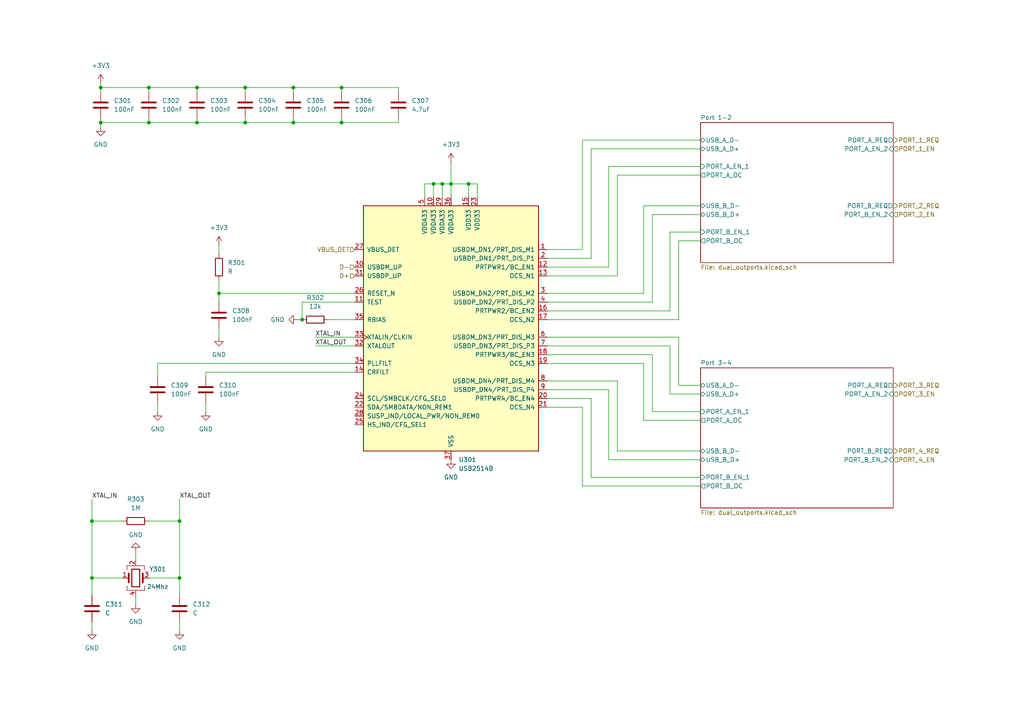
<source format=kicad_sch>
(kicad_sch (version 20230121) (generator eeschema)
  (paper "A4")
  (title_block (title "Switchable USB Hub") (date "${date}") (rev "${version}") (company "Fabian Pflug"))
  (lib_symbols
    (symbol "Device:C" (pin_numbers hide) (pin_names (offset 0.254))
      (property "Reference" "C" (at 0.635 2.54 0))
      (property "Value" "C" (at 0.635 -2.54 0))
      (symbol "C_0_1"
        (polyline (pts (xy -2.032 -0.762) (xy 2.032 -0.762)) (stroke (width 0.508)))
        (polyline (pts (xy -2.032 0.762) (xy 2.032 0.762)) (stroke (width 0.508)))
      )
      (symbol "C_1_1"
        (pin passive line (at 0 3.81 270) (length 2.794) (name "~") (number "1"))
        (pin passive line (at 0 -3.81 90) (length 2.794) (name "~") (number "2"))
      )
    )
    (symbol "Device:Crystal_GND24" (pin_names (offset 1.016) hide)
      (property "Reference" "Y" (at 3.175 5.08 0))
      (property "Value" "Crystal_GND24" (at 3.175 3.175 0))
      (symbol "Crystal_GND24_0_1"
        (rectangle (start -1.143 2.54) (end 1.143 -2.54) (stroke (width 0.3048)))
        (polyline (pts (xy -2.54 0) (xy -2.032 0)))
        (polyline (pts (xy -2.032 -1.27) (xy -2.032 1.27)) (stroke (width 0.508)))
        (polyline (pts (xy 0 -3.81) (xy 0 -3.556)))
        (polyline (pts (xy 0 3.556) (xy 0 3.81)))
        (polyline (pts (xy 2.032 -1.27) (xy 2.032 1.27)) (stroke (width 0.508)))
        (polyline (pts (xy 2.032 0) (xy 2.54 0)))
        (polyline (pts (xy -2.54 -2.286) (xy -2.54 -3.556) (xy 2.54 -3.556) (xy 2.54 -2.286)))
        (polyline (pts (xy -2.54 2.286) (xy -2.54 3.556) (xy 2.54 3.556) (xy 2.54 2.286)))
      )
      (symbol "Crystal_GND24_1_1"
        (pin passive line (at -3.81 0 0) (length 1.27) (name "1") (number "1"))
        (pin passive line (at 0 5.08 270) (length 1.27) (name "2") (number "2"))
        (pin passive line (at 3.81 0 180) (length 1.27) (name "3") (number "3"))
        (pin passive line (at 0 -5.08 90) (length 1.27) (name "4") (number "4"))
      )
    )
    (symbol "Device:R" (pin_numbers hide) (pin_names (offset 0))
      (property "Reference" "R" (at 2.032 0 90))
      (property "Value" "R" (at 0 0 90))
      (symbol "R_0_1"
        (rectangle (start -1.016 -2.54) (end 1.016 2.54) (stroke (width 0.254)))
      )
      (symbol "R_1_1"
        (pin passive line (at 0 3.81 270) (length 1.27) (name "~") (number "1"))
        (pin passive line (at 0 -3.81 90) (length 1.27) (name "~") (number "2"))
      )
    )
    (symbol "Interface_USB:USB2514B_Bi" (pin_names (offset 1.016))
      (property "Reference" "U" (at -17.78 40.64 0))
      (property "Value" "USB2514B_Bi" (at -20.32 38.1 0))
      (symbol "USB2514B_Bi_0_1"
        (rectangle (start -25.4 35.56) (end 25.4 -35.56) (stroke (width 0.254)) (fill (type background)))
      )
      (symbol "USB2514B_Bi_1_1"
        (pin bidirectional line (at 27.94 22.86 180) (length 2.54) (name "USBDM_DN1/PRT_DIS_M1") (number "1"))
        (pin power_in line (at -5.08 38.1 270) (length 2.54) (name "VDDA33") (number "10"))
        (pin input line (at -27.94 7.62 0) (length 2.54) (name "TEST") (number "11"))
        (pin bidirectional line (at 27.94 17.78 180) (length 2.54) (name "PRTPWR1/BC_EN1") (number "12"))
        (pin input line (at 27.94 15.24 180) (length 2.54) (name "OCS_N1") (number "13"))
        (pin input line (at -27.94 -12.7 0) (length 2.54) (name "CRFILT") (number "14"))
        (pin power_in line (at 5.08 38.1 270) (length 2.54) (name "VDD33") (number "15"))
        (pin bidirectional line (at 27.94 5.08 180) (length 2.54) (name "PRTPWR2/BC_EN2") (number "16"))
        (pin input line (at 27.94 2.54 180) (length 2.54) (name "OCS_N2") (number "17"))
        (pin bidirectional line (at 27.94 -7.62 180) (length 2.54) (name "PRTPWR3/BC_EN3") (number "18"))
        (pin input line (at 27.94 -10.16 180) (length 2.54) (name "OCS_N3") (number "19"))
        (pin bidirectional line (at 27.94 20.32 180) (length 2.54) (name "USBDP_DN1/PRT_DIS_P1") (number "2"))
        (pin bidirectional line (at 27.94 -20.32 180) (length 2.54) (name "PRTPWR4/BC_EN4") (number "20"))
        (pin input line (at 27.94 -22.86 180) (length 2.54) (name "OCS_N4") (number "21"))
        (pin bidirectional line (at -27.94 -22.86 0) (length 2.54) (name "SDA/SMBDATA/NON_REM1") (number "22"))
        (pin power_in line (at 7.62 38.1 270) (length 2.54) (name "VDD33") (number "23"))
        (pin bidirectional line (at -27.94 -20.32 0) (length 2.54) (name "SCL/SMBCLK/CFG_SEL0") (number "24"))
        (pin bidirectional line (at -27.94 -27.94 0) (length 2.54) (name "HS_IND/CFG_SEL1") (number "25"))
        (pin input line (at -27.94 10.16 0) (length 2.54) (name "RESET_N") (number "26"))
        (pin input line (at -27.94 22.86 0) (length 2.54) (name "VBUS_DET") (number "27"))
        (pin bidirectional line (at -27.94 -25.4 0) (length 2.54) (name "SUSP_IND/LOCAL_PWR/NON_REM0") (number "28"))
        (pin power_in line (at -2.54 38.1 270) (length 2.54) (name "VDDA33") (number "29"))
        (pin bidirectional line (at 27.94 10.16 180) (length 2.54) (name "USBDM_DN2/PRT_DIS_M2") (number "3"))
        (pin bidirectional line (at -27.94 17.78 0) (length 2.54) (name "USBDM_UP") (number "30"))
        (pin bidirectional line (at -27.94 15.24 0) (length 2.54) (name "USBDP_UP") (number "31"))
        (pin output line (at -27.94 -5.08 0) (length 2.54) (name "XTALOUT") (number "32"))
        (pin input clock (at -27.94 -2.54 0) (length 2.54) (name "XTALIN/CLKIN") (number "33"))
        (pin input line (at -27.94 -10.16 0) (length 2.54) (name "PLLFILT") (number "34"))
        (pin input line (at -27.94 2.54 0) (length 2.54) (name "RBIAS") (number "35"))
        (pin power_in line (at 0 38.1 270) (length 2.54) (name "VDDA33") (number "36"))
        (pin power_in line (at 0 -38.1 90) (length 2.54) (name "VSS") (number "37"))
        (pin bidirectional line (at 27.94 7.62 180) (length 2.54) (name "USBDP_DN2/PRT_DIS_P2") (number "4"))
        (pin power_in line (at -7.62 38.1 270) (length 2.54) (name "VDDA33") (number "5"))
        (pin bidirectional line (at 27.94 -2.54 180) (length 2.54) (name "USBDM_DN3/PRT_DIS_M3") (number "6"))
        (pin bidirectional line (at 27.94 -5.08 180) (length 2.54) (name "USBDP_DN3/PRT_DIS_P3") (number "7"))
        (pin bidirectional line (at 27.94 -15.24 180) (length 2.54) (name "USBDM_DN4/PRT_DIS_M4") (number "8"))
        (pin bidirectional line (at 27.94 -17.78 180) (length 2.54) (name "USBDP_DN4/PRT_DIS_P4") (number "9"))
      )
    )
    (symbol "power:+3V3" (power) (pin_names (offset 0))
      (property "Value" "+3V3" (at 0 3.556 0))
      (symbol "+3V3_0_1"
        (polyline (pts (xy -0.762 1.27) (xy 0 2.54)))
        (polyline (pts (xy 0 0) (xy 0 2.54)))
        (polyline (pts (xy 0 2.54) (xy 0.762 1.27)))
      )
      (symbol "+3V3_1_1"
        (pin power_in line (at 0 0 90) (length 0) hide (name "+3V3") (number "1"))
      )
    )
    (symbol "power:GND" (power) (pin_names (offset 0))
      (property "Value" "GND" (at 0 -3.81 0))
      (symbol "GND_0_1"
        (polyline (pts (xy 0 0) (xy 0 -1.27) (xy 1.27 -1.27) (xy 0 -2.54) (xy -1.27 -1.27) (xy 0 -1.27)))
      )
      (symbol "GND_1_1"
        (pin power_in line (at 0 0 270) (length 0) hide (name "GND") (number "1"))
      )
    )
  )
  (junction (at 85.09 35.56))
  (junction (at 130.81 53.34))
  (junction (at 71.12 35.56))
  (junction (at 29.21 35.56))
  (junction (at 87.63 92.71))
  (junction (at 99.06 35.56))
  (junction (at 43.18 25.4))
  (junction (at 128.27 53.34))
  (junction (at 57.15 25.4))
  (junction (at 52.07 151.13))
  (junction (at 125.73 53.34))
  (junction (at 71.12 25.4))
  (junction (at 85.09 25.4))
  (junction (at 29.21 25.4))
  (junction (at 63.5 85.09))
  (junction (at 26.67 151.13))
  (junction (at 26.67 167.64))
  (junction (at 57.15 35.56))
  (junction (at 43.18 35.56))
  (junction (at 52.07 167.64))
  (junction (at 135.89 53.34))
  (junction (at 99.06 25.4))
  (wire (pts (xy 130.81 53.34) (xy 135.89 53.34)))
  (wire (pts (xy 102.87 85.09) (xy 63.5 85.09)))
  (wire (pts (xy 57.15 26.67) (xy 57.15 25.4)))
  (wire (pts (xy 45.72 116.84) (xy 45.72 119.38)))
  (wire (pts (xy 39.37 160.02) (xy 39.37 162.56)))
  (wire (pts (xy 135.89 57.15) (xy 135.89 53.34)))
  (wire (pts (xy 135.89 53.34) (xy 138.43 53.34)))
  (wire (pts (xy 115.57 26.67) (xy 115.57 25.4)))
  (wire (pts (xy 43.18 25.4) (xy 29.21 25.4)))
  (wire (pts (xy 176.53 133.35) (xy 176.53 113.03)))
  (wire (pts (xy 179.07 130.81) (xy 203.2 130.81)))
  (wire (pts (xy 26.67 151.13) (xy 35.56 151.13)))
  (wire (pts (xy 57.15 35.56) (xy 43.18 35.56)))
  (wire (pts (xy 168.91 72.39) (xy 168.91 40.64)))
  (wire (pts (xy 26.67 167.64) (xy 35.56 167.64)))
  (wire (pts (xy 138.43 53.34) (xy 138.43 57.15)))
  (wire (pts (xy 63.5 95.25) (xy 63.5 97.79)))
  (wire (pts (xy 189.23 62.23) (xy 189.23 87.63)))
  (wire (pts (xy 102.87 87.63) (xy 87.63 87.63)))
  (wire (pts (xy 196.85 111.76) (xy 196.85 97.79)))
  (wire (pts (xy 52.07 180.34) (xy 52.07 182.88)))
  (wire (pts (xy 194.31 67.31) (xy 203.2 67.31)))
  (wire (pts (xy 91.44 100.33) (xy 102.87 100.33)))
  (wire (pts (xy 171.45 43.18) (xy 171.45 74.93)))
  (wire (pts (xy 99.06 25.4) (xy 85.09 25.4)))
  (wire (pts (xy 29.21 24.13) (xy 29.21 25.4)))
  (wire (pts (xy 196.85 69.85) (xy 196.85 92.71)))
  (wire (pts (xy 85.09 34.29) (xy 85.09 35.56)))
  (wire (pts (xy 85.09 35.56) (xy 71.12 35.56)))
  (wire (pts (xy 45.72 105.41) (xy 45.72 109.22)))
  (wire (pts (xy 203.2 69.85) (xy 196.85 69.85)))
  (wire (pts (xy 29.21 35.56) (xy 29.21 36.83)))
  (wire (pts (xy 179.07 80.01) (xy 158.75 80.01)))
  (wire (pts (xy 196.85 92.71) (xy 158.75 92.71)))
  (wire (pts (xy 71.12 34.29) (xy 71.12 35.56)))
  (wire (pts (xy 123.19 57.15) (xy 123.19 53.34)))
  (wire (pts (xy 26.67 167.64) (xy 26.67 172.72)))
  (wire (pts (xy 196.85 97.79) (xy 158.75 97.79)))
  (wire (pts (xy 59.69 107.95) (xy 59.69 109.22)))
  (wire (pts (xy 43.18 35.56) (xy 29.21 35.56)))
  (wire (pts (xy 203.2 62.23) (xy 189.23 62.23)))
  (wire (pts (xy 168.91 40.64) (xy 203.2 40.64)))
  (wire (pts (xy 130.81 46.99) (xy 130.81 53.34)))
  (wire (pts (xy 52.07 167.64) (xy 43.18 167.64)))
  (wire (pts (xy 171.45 115.57) (xy 171.45 138.43)))
  (wire (pts (xy 130.81 57.15) (xy 130.81 53.34)))
  (wire (pts (xy 171.45 138.43) (xy 203.2 138.43)))
  (wire (pts (xy 203.2 111.76) (xy 196.85 111.76)))
  (wire (pts (xy 26.67 151.13) (xy 26.67 167.64)))
  (wire (pts (xy 63.5 71.12) (xy 63.5 73.66)))
  (wire (pts (xy 179.07 50.8) (xy 179.07 80.01)))
  (wire (pts (xy 71.12 26.67) (xy 71.12 25.4)))
  (wire (pts (xy 95.25 92.71) (xy 102.87 92.71)))
  (wire (pts (xy 158.75 85.09) (xy 186.69 85.09)))
  (wire (pts (xy 176.53 113.03) (xy 158.75 113.03)))
  (wire (pts (xy 102.87 107.95) (xy 59.69 107.95)))
  (wire (pts (xy 99.06 26.67) (xy 99.06 25.4)))
  (wire (pts (xy 99.06 34.29) (xy 99.06 35.56)))
  (wire (pts (xy 85.09 26.67) (xy 85.09 25.4)))
  (wire (pts (xy 59.69 116.84) (xy 59.69 119.38)))
  (wire (pts (xy 194.31 100.33) (xy 158.75 100.33)))
  (wire (pts (xy 43.18 151.13) (xy 52.07 151.13)))
  (wire (pts (xy 43.18 25.4) (xy 57.15 25.4)))
  (wire (pts (xy 189.23 102.87) (xy 189.23 119.38)))
  (wire (pts (xy 125.73 57.15) (xy 125.73 53.34)))
  (wire (pts (xy 99.06 35.56) (xy 85.09 35.56)))
  (wire (pts (xy 87.63 87.63) (xy 87.63 92.71)))
  (wire (pts (xy 179.07 50.8) (xy 203.2 50.8)))
  (wire (pts (xy 115.57 25.4) (xy 99.06 25.4)))
  (wire (pts (xy 91.44 97.79) (xy 102.87 97.79)))
  (wire (pts (xy 158.75 115.57) (xy 171.45 115.57)))
  (wire (pts (xy 85.09 25.4) (xy 71.12 25.4)))
  (wire (pts (xy 39.37 172.72) (xy 39.37 175.26)))
  (wire (pts (xy 52.07 144.78) (xy 52.07 151.13)))
  (wire (pts (xy 125.73 53.34) (xy 128.27 53.34)))
  (wire (pts (xy 63.5 81.28) (xy 63.5 85.09)))
  (wire (pts (xy 186.69 59.69) (xy 203.2 59.69)))
  (wire (pts (xy 57.15 34.29) (xy 57.15 35.56)))
  (wire (pts (xy 29.21 34.29) (xy 29.21 35.56)))
  (wire (pts (xy 203.2 114.3) (xy 194.31 114.3)))
  (wire (pts (xy 43.18 34.29) (xy 43.18 35.56)))
  (wire (pts (xy 158.75 110.49) (xy 179.07 110.49)))
  (wire (pts (xy 158.75 102.87) (xy 189.23 102.87)))
  (wire (pts (xy 43.18 26.67) (xy 43.18 25.4)))
  (wire (pts (xy 194.31 90.17) (xy 194.31 67.31)))
  (wire (pts (xy 203.2 140.97) (xy 168.91 140.97)))
  (wire (pts (xy 176.53 48.26) (xy 203.2 48.26)))
  (wire (pts (xy 52.07 151.13) (xy 52.07 167.64)))
  (wire (pts (xy 115.57 35.56) (xy 99.06 35.56)))
  (wire (pts (xy 123.19 53.34) (xy 125.73 53.34)))
  (wire (pts (xy 63.5 85.09) (xy 63.5 87.63)))
  (wire (pts (xy 29.21 25.4) (xy 29.21 26.67)))
  (wire (pts (xy 189.23 87.63) (xy 158.75 87.63)))
  (wire (pts (xy 158.75 77.47) (xy 176.53 77.47)))
  (wire (pts (xy 189.23 119.38) (xy 203.2 119.38)))
  (wire (pts (xy 186.69 105.41) (xy 158.75 105.41)))
  (wire (pts (xy 86.36 92.71) (xy 87.63 92.71)))
  (wire (pts (xy 176.53 77.47) (xy 176.53 48.26)))
  (wire (pts (xy 158.75 90.17) (xy 194.31 90.17)))
  (wire (pts (xy 26.67 144.78) (xy 26.67 151.13)))
  (wire (pts (xy 171.45 74.93) (xy 158.75 74.93)))
  (wire (pts (xy 168.91 140.97) (xy 168.91 118.11)))
  (wire (pts (xy 128.27 57.15) (xy 128.27 53.34)))
  (wire (pts (xy 194.31 114.3) (xy 194.31 100.33)))
  (wire (pts (xy 203.2 121.92) (xy 186.69 121.92)))
  (wire (pts (xy 128.27 53.34) (xy 130.81 53.34)))
  (wire (pts (xy 186.69 121.92) (xy 186.69 105.41)))
  (wire (pts (xy 26.67 180.34) (xy 26.67 182.88)))
  (wire (pts (xy 102.87 105.41) (xy 45.72 105.41)))
  (wire (pts (xy 171.45 43.18) (xy 203.2 43.18)))
  (wire (pts (xy 179.07 110.49) (xy 179.07 130.81)))
  (wire (pts (xy 158.75 72.39) (xy 168.91 72.39)))
  (wire (pts (xy 71.12 25.4) (xy 57.15 25.4)))
  (wire (pts (xy 71.12 35.56) (xy 57.15 35.56)))
  (wire (pts (xy 52.07 167.64) (xy 52.07 172.72)))
  (wire (pts (xy 115.57 34.29) (xy 115.57 35.56)))
  (wire (pts (xy 186.69 85.09) (xy 186.69 59.69)))
  (wire (pts (xy 168.91 118.11) (xy 158.75 118.11)))
  (wire (pts (xy 203.2 133.35) (xy 176.53 133.35)))
  (label "XTAL_OUT" (at 52.07 144.78 0))
  (label "XTAL_IN" (at 26.67 144.78 0))
  (label "XTAL_OUT" (at 91.44 100.33 0))
  (label "XTAL_IN" (at 91.44 97.79 0))
  (hierarchical_label "D-" (shape input) (at 102.87 77.47 180))
  (hierarchical_label "PORT_4_EN" (shape input) (at 259.08 133.35 0))
  (hierarchical_label "PORT_3_EN" (shape input) (at 259.08 114.3 0))
  (hierarchical_label "PORT_1_EN" (shape input) (at 259.08 43.18 0))
  (hierarchical_label "PORT_4_REQ" (shape output) (at 259.08 130.81 0))
  (hierarchical_label "PORT_2_REQ" (shape output) (at 259.08 59.69 0))
  (hierarchical_label "PORT_1_REQ" (shape output) (at 259.08 40.64 0))
  (hierarchical_label "PORT_3_REQ" (shape output) (at 259.08 111.76 0))
  (hierarchical_label "D+" (shape input) (at 102.87 80.01 180))
  (hierarchical_label "PORT_2_EN" (shape input) (at 259.08 62.23 0))
  (hierarchical_label "VBUS_DET" (shape input) (at 102.87 72.39 180))
  (symbol (lib_id "power:GND") (at 59.69 119.38 0) (unit 1)
    (property "Reference" "#PWR0308" (effects hide))
    (property "Value" "GND" (at 59.69 124.46 0))
    (instances (project "usb-hub" (path "" (reference "#PWR0308") (unit 1)) (path "" (reference "#PWR0408") (unit 1)) (path "" (reference "#PWR0508") (unit 1))))
  )
  (symbol (lib_id "power:GND") (at 26.67 182.88 0) (unit 1)
    (property "Reference" "#PWR0312" (effects hide))
    (property "Value" "GND" (at 26.67 187.96 0))
    (instances (project "usb-hub" (path "" (reference "#PWR0312") (unit 1)) (path "" (reference "#PWR0412") (unit 1)) (path "" (reference "#PWR0512") (unit 1))))
  )
  (symbol (lib_id "Device:Crystal_GND24") (at 39.37 167.64 0) (unit 1)
    (property "Reference" "Y301" (at 45.72 165.1 0))
    (property "Value" "24Mhz" (at 45.72 170.18 0))
    (property "Footprint" "Crystal:Crystal_SMD_3225-4Pin_3.2x2.5mm" (effects hide))
    (property "LCSC#" "C70590" (effects hide))
    (instances (project "usb-hub" (path "" (reference "Y301") (unit 1)) (path "" (reference "Y401") (unit 1)) (path "" (reference "Y501") (unit 1))))
  )
  (symbol (lib_id "power:GND") (at 39.37 175.26 0) (unit 1)
    (property "Reference" "#PWR0311" (effects hide))
    (property "Value" "GND" (at 39.37 180.34 0))
    (instances (project "usb-hub" (path "" (reference "#PWR0311") (unit 1)) (path "" (reference "#PWR0411") (unit 1)) (path "" (reference "#PWR0511") (unit 1))))
  )
  (symbol (lib_id "Device:C") (at 85.09 30.48 0) (unit 1)
    (property "Reference" "C305" (at 88.9 29.21 0) (effects (justify left)))
    (property "Value" "100nF" (at 88.9 31.75 0) (effects (justify left)))
    (property "Footprint" "Capacitor_SMD:C_0402_1005Metric" (effects hide))
    (instances (project "usb-hub" (path "" (reference "C305") (unit 1)) (path "" (reference "C405") (unit 1)) (path "" (reference "C505") (unit 1))))
  )
  (symbol (lib_id "Device:C") (at 71.12 30.48 0) (unit 1)
    (property "Reference" "C304" (at 74.93 29.21 0) (effects (justify left)))
    (property "Value" "100nF" (at 74.93 31.75 0) (effects (justify left)))
    (property "Footprint" "Capacitor_SMD:C_0402_1005Metric" (effects hide))
    (instances (project "usb-hub" (path "" (reference "C304") (unit 1)) (path "" (reference "C404") (unit 1)) (path "" (reference "C504") (unit 1))))
  )
  (symbol (lib_id "Device:R") (at 39.37 151.13 90) (unit 1)
    (property "Reference" "R303" (at 39.37 144.78 90))
    (property "Value" "1M" (at 39.37 147.32 90))
    (property "Footprint" "Resistor_SMD:R_0402_1005Metric" (effects hide))
    (instances (project "usb-hub" (path "" (reference "R303") (unit 1)) (path "" (reference "R403") (unit 1)) (path "" (reference "R503") (unit 1))))
  )
  (symbol (lib_id "Device:C") (at 52.07 176.53 0) (unit 1)
    (property "Reference" "C312" (at 55.88 175.26 0) (effects (justify left)))
    (property "Value" "C" (at 55.88 177.8 0) (effects (justify left)))
    (property "Footprint" "Capacitor_SMD:C_0402_1005Metric" (effects hide))
    (instances (project "usb-hub" (path "" (reference "C312") (unit 1)) (path "" (reference "C412") (unit 1)) (path "" (reference "C512") (unit 1))))
  )
  (symbol (lib_id "Device:C") (at 26.67 176.53 0) (unit 1)
    (property "Reference" "C311" (at 30.48 175.26 0) (effects (justify left)))
    (property "Value" "C" (at 30.48 177.8 0) (effects (justify left)))
    (property "Footprint" "Capacitor_SMD:C_0402_1005Metric" (effects hide))
    (instances (project "usb-hub" (path "" (reference "C311") (unit 1)) (path "" (reference "C411") (unit 1)) (path "" (reference "C511") (unit 1))))
  )
  (symbol (lib_id "power:GND") (at 86.36 92.71 270) (unit 1)
    (property "Reference" "#PWR0305" (effects hide))
    (property "Value" "GND" (at 82.55 92.71 90) (effects (justify right)))
    (instances (project "usb-hub" (path "" (reference "#PWR0305") (unit 1)) (path "" (reference "#PWR0405") (unit 1)) (path "" (reference "#PWR0505") (unit 1))))
  )
  (symbol (lib_id "Device:C") (at 63.5 91.44 0) (unit 1)
    (property "Reference" "C308" (at 67.31 90.17 0) (effects (justify left)))
    (property "Value" "100nF" (at 67.31 92.71 0) (effects (justify left)))
    (property "Footprint" "Capacitor_SMD:C_0402_1005Metric" (effects hide))
    (instances (project "usb-hub" (path "" (reference "C308") (unit 1)) (path "" (reference "C408") (unit 1)) (path "" (reference "C508") (unit 1))))
  )
  (symbol (lib_id "Device:C") (at 99.06 30.48 0) (unit 1)
    (property "Reference" "C306" (at 102.87 29.21 0) (effects (justify left)))
    (property "Value" "100nF" (at 102.87 31.75 0) (effects (justify left)))
    (property "Footprint" "Capacitor_SMD:C_0402_1005Metric" (effects hide))
    (instances (project "usb-hub" (path "" (reference "C306") (unit 1)) (path "" (reference "C406") (unit 1)) (path "" (reference "C506") (unit 1))))
  )
  (symbol (lib_id "Device:C") (at 115.57 30.48 0) (unit 1)
    (property "Reference" "C307" (at 119.38 29.21 0) (effects (justify left)))
    (property "Value" "4.7uF" (at 119.38 31.75 0) (effects (justify left)))
    (property "Footprint" "Capacitor_SMD:C_0603_1608Metric" (effects hide))
    (instances (project "usb-hub" (path "" (reference "C307") (unit 1)) (path "" (reference "C407") (unit 1)) (path "" (reference "C507") (unit 1))))
  )
  (symbol (lib_id "power:GND") (at 45.72 119.38 0) (unit 1)
    (property "Reference" "#PWR0307" (effects hide))
    (property "Value" "GND" (at 45.72 124.46 0))
    (instances (project "usb-hub" (path "" (reference "#PWR0307") (unit 1)) (path "" (reference "#PWR0407") (unit 1)) (path "" (reference "#PWR0507") (unit 1))))
  )
  (symbol (lib_id "power:GND") (at 63.5 97.79 0) (unit 1)
    (property "Reference" "#PWR0306" (effects hide))
    (property "Value" "GND" (at 63.5 102.87 0))
    (instances (project "usb-hub" (path "" (reference "#PWR0306") (unit 1)) (path "" (reference "#PWR0406") (unit 1)) (path "" (reference "#PWR0506") (unit 1))))
  )
  (symbol (lib_id "Device:C") (at 57.15 30.48 0) (unit 1)
    (property "Reference" "C303" (at 60.96 29.21 0) (effects (justify left)))
    (property "Value" "100nF" (at 60.96 31.75 0) (effects (justify left)))
    (property "Footprint" "Capacitor_SMD:C_0402_1005Metric" (effects hide))
    (instances (project "usb-hub" (path "" (reference "C303") (unit 1)) (path "" (reference "C403") (unit 1)) (path "" (reference "C503") (unit 1))))
  )
  (symbol (lib_id "power:+3V3") (at 29.21 24.13 0) (unit 1)
    (property "Reference" "#PWR0301" (effects hide))
    (property "Value" "+3V3" (at 29.21 19.05 0))
    (instances (project "usb-hub" (path "" (reference "#PWR0301") (unit 1)) (path "" (reference "#PWR0401") (unit 1)) (path "" (reference "#PWR0501") (unit 1))))
  )
  (symbol (lib_id "Device:C") (at 59.69 113.03 0) (unit 1)
    (property "Reference" "C310" (at 63.5 111.76 0) (effects (justify left)))
    (property "Value" "100nF" (at 63.5 114.3 0) (effects (justify left)))
    (property "Footprint" "Capacitor_SMD:C_0402_1005Metric" (effects hide))
    (instances (project "usb-hub" (path "" (reference "C310") (unit 1)) (path "" (reference "C410") (unit 1)) (path "" (reference "C510") (unit 1))))
  )
  (symbol (lib_id "Device:C") (at 29.21 30.48 0) (unit 1)
    (property "Reference" "C301" (at 33.02 29.21 0) (effects (justify left)))
    (property "Value" "100nF" (at 33.02 31.75 0) (effects (justify left)))
    (property "Footprint" "Capacitor_SMD:C_0402_1005Metric" (effects hide))
    (instances (project "usb-hub" (path "" (reference "C301") (unit 1)) (path "" (reference "C401") (unit 1)) (path "" (reference "C501") (unit 1))))
  )
  (symbol (lib_id "power:+3V3") (at 63.5 71.12 0) (unit 1)
    (property "Reference" "#PWR0304" (effects hide))
    (property "Value" "+3V3" (at 63.5 66.04 0))
    (instances (project "usb-hub" (path "" (reference "#PWR0304") (unit 1)) (path "" (reference "#PWR0404") (unit 1)) (path "" (reference "#PWR0504") (unit 1))))
  )
  (symbol (lib_id "Interface_USB:USB2514B_Bi") (at 130.81 95.25 0) (unit 1)
    (property "Reference" "U301" (at 133.0041 133.35 0) (effects (justify left)))
    (property "Value" "USB2514B" (at 133.0041 135.89 0) (effects (justify left)))
    (property "Footprint" "Package_DFN_QFN:QFN-36-1EP_6x6mm_P0.5mm_EP3.7x3.7mm" (effects hide))
    (property "Datasheet" "http://ww1.microchip.com/downloads/en/DeviceDoc/00001692C.pdf" (effects hide))
    (property "LCSC#" "C16251" (effects hide))
    (instances (project "usb-hub" (path "" (reference "U301") (unit 1)) (path "" (reference "U401") (unit 1)) (path "" (reference "U501") (unit 1))))
  )
  (symbol (lib_id "Device:R") (at 63.5 77.47 0) (unit 1)
    (property "Reference" "R301" (at 66.04 76.2 0) (effects (justify left)))
    (property "Value" "R" (at 66.04 78.74 0) (effects (justify left)))
    (property "Footprint" "Resistor_SMD:R_0402_1005Metric" (effects hide))
    (instances (project "usb-hub" (path "" (reference "R301") (unit 1)) (path "" (reference "R401") (unit 1)) (path "" (reference "R501") (unit 1))))
  )
  (symbol (lib_id "Device:C") (at 43.18 30.48 0) (unit 1)
    (property "Reference" "C302" (at 46.99 29.21 0) (effects (justify left)))
    (property "Value" "100nF" (at 46.99 31.75 0) (effects (justify left)))
    (property "Footprint" "Capacitor_SMD:C_0402_1005Metric" (effects hide))
    (instances (project "usb-hub" (path "" (reference "C302") (unit 1)) (path "" (reference "C402") (unit 1)) (path "" (reference "C502") (unit 1))))
  )
  (symbol (lib_id "power:GND") (at 29.21 36.83 0) (unit 1)
    (property "Reference" "#PWR0302" (effects hide))
    (property "Value" "GND" (at 29.21 41.91 0))
    (instances (project "usb-hub" (path "" (reference "#PWR0302") (unit 1)) (path "" (reference "#PWR0402") (unit 1)) (path "" (reference "#PWR0502") (unit 1))))
  )
  (symbol (lib_id "Device:R") (at 91.44 92.71 90) (unit 1)
    (property "Reference" "R302" (at 91.44 86.36 90))
    (property "Value" "12k" (at 91.44 88.9 90))
    (property "Footprint" "Resistor_SMD:R_0402_1005Metric" (effects hide))
    (instances (project "usb-hub" (path "" (reference "R302") (unit 1)) (path "" (reference "R402") (unit 1)) (path "" (reference "R502") (unit 1))))
  )
  (symbol (lib_id "Device:C") (at 45.72 113.03 0) (unit 1)
    (property "Reference" "C309" (at 49.53 111.76 0) (effects (justify left)))
    (property "Value" "100nF" (at 49.53 114.3 0) (effects (justify left)))
    (property "Footprint" "Capacitor_SMD:C_0402_1005Metric" (effects hide))
    (instances (project "usb-hub" (path "" (reference "C309") (unit 1)) (path "" (reference "C409") (unit 1)) (path "" (reference "C509") (unit 1))))
  )
  (symbol (lib_id "power:GND") (at 130.81 133.35 0) (unit 1)
    (property "Reference" "#PWR0309" (effects hide))
    (property "Value" "GND" (at 130.81 138.43 0))
    (instances (project "usb-hub" (path "" (reference "#PWR0309") (unit 1)) (path "" (reference "#PWR0409") (unit 1)) (path "" (reference "#PWR0509") (unit 1))))
  )
  (symbol (lib_id "power:GND") (at 39.37 160.02 180) (unit 1)
    (property "Reference" "#PWR0310" (effects hide))
    (property "Value" "GND" (at 39.37 155.1348 0))
    (instances (project "usb-hub" (path "" (reference "#PWR0310") (unit 1)) (path "" (reference "#PWR0410") (unit 1)) (path "" (reference "#PWR0510") (unit 1))))
  )
  (symbol (lib_id "power:+3V3") (at 130.81 46.99 0) (unit 1)
    (property "Reference" "#PWR0303" (effects hide))
    (property "Value" "+3V3" (at 130.81 41.91 0))
    (instances (project "usb-hub" (path "" (reference "#PWR0303") (unit 1)) (path "" (reference "#PWR0403") (unit 1)) (path "" (reference "#PWR0503") (unit 1))))
  )
  (symbol (lib_id "power:GND") (at 52.07 182.88 0) (unit 1)
    (property "Reference" "#PWR0313" (effects hide))
    (property "Value" "GND" (at 52.07 187.96 0))
    (instances (project "usb-hub" (path "" (reference "#PWR0313") (unit 1)) (path "" (reference "#PWR0413") (unit 1)) (path "" (reference "#PWR0513") (unit 1))))
  )
  (sheet (at 203.2 35.56) (size 55.88 40.64) (stroke (width 0.1524))
    (property "Sheetname" "Port 1-2" (at 203.2 34.8484 0) (effects (justify left bottom)))
    (property "Sheetfile" "dual_outports.kicad_sch" (at 203.2 76.7846 0) (effects (justify left top)))
    (pin "USB_B_D+" bidirectional (at 203.2 62.23 180))
    (pin "USB_B_D-" bidirectional (at 203.2 59.69 180))
    (pin "USB_A_D+" bidirectional (at 203.2 43.18 180))
    (pin "USB_A_D-" bidirectional (at 203.2 40.64 180))
    (pin "PORT_A_REQ" output (at 259.08 40.64 0))
    (pin "PORT_B_REQ" output (at 259.08 59.69 0))
    (pin "PORT_A_OC" output (at 203.2 50.8 180))
    (pin "PORT_B_OC" output (at 203.2 69.85 180))
    (pin "PORT_B_EN_1" input (at 203.2 67.31 180))
    (pin "PORT_A_EN_1" input (at 203.2 48.26 180))
    (pin "PORT_A_EN_2" input (at 259.08 43.18 0))
    (pin "PORT_B_EN_2" input (at 259.08 62.23 0))
  )
  (sheet (at 203.2 106.68) (size 55.88 40.64) (stroke (width 0.1524))
    (property "Sheetname" "Port 3-4" (at 203.2 105.9684 0) (effects (justify left bottom)))
    (property "Sheetfile" "dual_outports.kicad_sch" (at 203.2 147.9046 0) (effects (justify left top)))
    (pin "USB_B_D+" bidirectional (at 203.2 133.35 180))
    (pin "USB_B_D-" bidirectional (at 203.2 130.81 180))
    (pin "USB_A_D+" bidirectional (at 203.2 114.3 180))
    (pin "USB_A_D-" bidirectional (at 203.2 111.76 180))
    (pin "PORT_A_REQ" output (at 259.08 111.76 0))
    (pin "PORT_B_REQ" output (at 259.08 130.81 0))
    (pin "PORT_A_OC" output (at 203.2 121.92 180))
    (pin "PORT_B_OC" output (at 203.2 140.97 180))
    (pin "PORT_B_EN_1" input (at 203.2 138.43 180))
    (pin "PORT_A_EN_1" input (at 203.2 119.38 180))
    (pin "PORT_A_EN_2" input (at 259.08 114.3 0))
    (pin "PORT_B_EN_2" input (at 259.08 133.35 0))
  )
)
</source>
